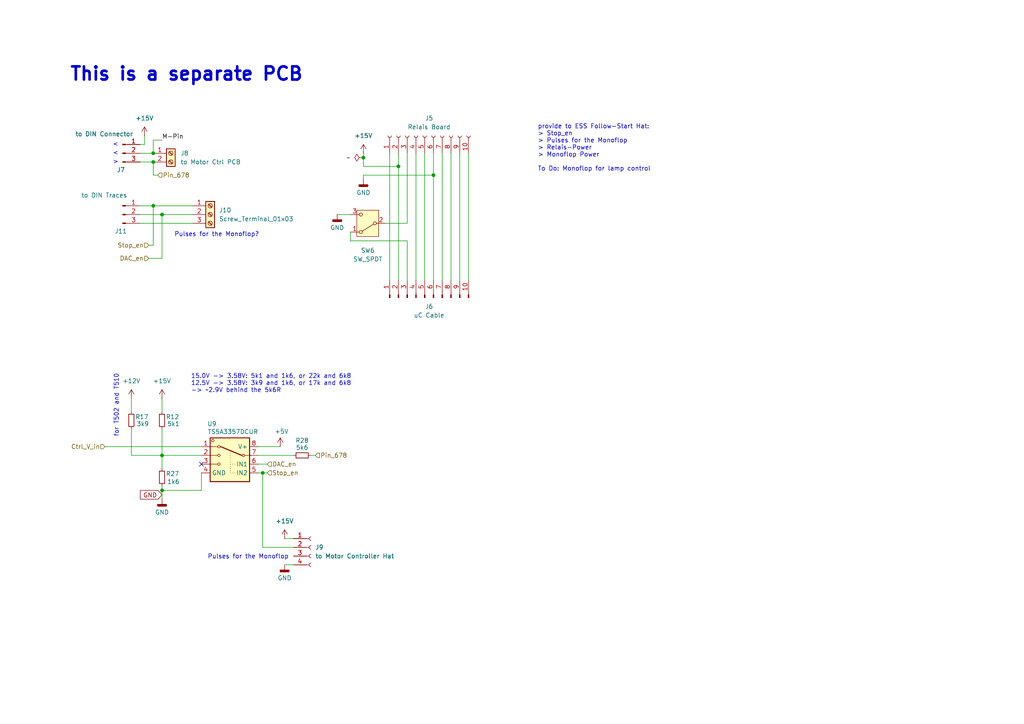
<source format=kicad_sch>
(kicad_sch (version 20231120) (generator "eeschema") (generator_version "8.0")
  (paper "A4")
  (lib_symbols
    (symbol "Connector:Conn_01x03_Pin" (pin_names (offset 1.016) hide)
      (property "Reference" "J" (at 0 5.08 0))
      (property "Value" "Conn_01x03_Pin" (at 0 -5.08 0))
      (symbol "Conn_01x03_Pin_1_1"
        (polyline (pts (xy 1.27 -2.54) (xy 0.8636 -2.54)) (stroke (width 0.1524)))
        (polyline (pts (xy 1.27 0) (xy 0.8636 0)) (stroke (width 0.1524)))
        (polyline (pts (xy 1.27 2.54) (xy 0.8636 2.54)) (stroke (width 0.1524)))
        (rectangle (start 0.8636 -2.413) (end 0 -2.667) (stroke (width 0.1524)) (fill (type outline)))
        (rectangle (start 0.8636 0.127) (end 0 -0.127) (stroke (width 0.1524)) (fill (type outline)))
        (rectangle (start 0.8636 2.667) (end 0 2.413) (stroke (width 0.1524)) (fill (type outline)))
        (pin passive line (at 5.08 2.54 180) (length 3.81) (name "Pin_1") (number "1"))
        (pin passive line (at 5.08 0 180) (length 3.81) (name "Pin_2") (number "2"))
        (pin passive line (at 5.08 -2.54 180) (length 3.81) (name "Pin_3") (number "3"))
      )
    )
    (symbol "Connector:Conn_01x04_Socket" (pin_names (offset 1.016) hide)
      (property "Reference" "J" (at 0 5.08 0))
      (property "Value" "Conn_01x04_Socket" (at 0 -7.62 0))
      (symbol "Conn_01x04_Socket_1_1"
        (arc (start 0 -4.572) (mid -0.5058 -5.08) (end 0 -5.588) (stroke (width 0.1524)))
        (arc (start 0 -2.032) (mid -0.5058 -2.54) (end 0 -3.048) (stroke (width 0.1524)))
        (polyline (pts (xy -1.27 -5.08) (xy -0.508 -5.08)) (stroke (width 0.1524)))
        (polyline (pts (xy -1.27 -2.54) (xy -0.508 -2.54)) (stroke (width 0.1524)))
        (polyline (pts (xy -1.27 0) (xy -0.508 0)) (stroke (width 0.1524)))
        (polyline (pts (xy -1.27 2.54) (xy -0.508 2.54)) (stroke (width 0.1524)))
        (arc (start 0 0.508) (mid -0.5058 0) (end 0 -0.508) (stroke (width 0.1524)))
        (arc (start 0 3.048) (mid -0.5058 2.54) (end 0 2.032) (stroke (width 0.1524)))
        (pin passive line (at -5.08 2.54 0) (length 3.81) (name "Pin_1") (number "1"))
        (pin passive line (at -5.08 0 0) (length 3.81) (name "Pin_2") (number "2"))
        (pin passive line (at -5.08 -2.54 0) (length 3.81) (name "Pin_3") (number "3"))
        (pin passive line (at -5.08 -5.08 0) (length 3.81) (name "Pin_4") (number "4"))
      )
    )
    (symbol "Connector:Conn_01x10_Pin" (pin_names (offset 1.016) hide)
      (property "Reference" "J" (at 0 12.7 0))
      (property "Value" "Conn_01x10_Pin" (at 0 -15.24 0))
      (symbol "Conn_01x10_Pin_1_1"
        (polyline (pts (xy 1.27 -12.7) (xy 0.8636 -12.7)) (stroke (width 0.1524)))
        (polyline (pts (xy 1.27 -10.16) (xy 0.8636 -10.16)) (stroke (width 0.1524)))
        (polyline (pts (xy 1.27 -7.62) (xy 0.8636 -7.62)) (stroke (width 0.1524)))
        (polyline (pts (xy 1.27 -5.08) (xy 0.8636 -5.08)) (stroke (width 0.1524)))
        (polyline (pts (xy 1.27 -2.54) (xy 0.8636 -2.54)) (stroke (width 0.1524)))
        (polyline (pts (xy 1.27 0) (xy 0.8636 0)) (stroke (width 0.1524)))
        (polyline (pts (xy 1.27 2.54) (xy 0.8636 2.54)) (stroke (width 0.1524)))
        (polyline (pts (xy 1.27 5.08) (xy 0.8636 5.08)) (stroke (width 0.1524)))
        (polyline (pts (xy 1.27 7.62) (xy 0.8636 7.62)) (stroke (width 0.1524)))
        (polyline (pts (xy 1.27 10.16) (xy 0.8636 10.16)) (stroke (width 0.1524)))
        (rectangle (start 0.8636 -12.573) (end 0 -12.827) (stroke (width 0.1524)) (fill (type outline)))
        (rectangle (start 0.8636 -10.033) (end 0 -10.287) (stroke (width 0.1524)) (fill (type outline)))
        (rectangle (start 0.8636 -7.493) (end 0 -7.747) (stroke (width 0.1524)) (fill (type outline)))
        (rectangle (start 0.8636 -4.953) (end 0 -5.207) (stroke (width 0.1524)) (fill (type outline)))
        (rectangle (start 0.8636 -2.413) (end 0 -2.667) (stroke (width 0.1524)) (fill (type outline)))
        (rectangle (start 0.8636 0.127) (end 0 -0.127) (stroke (width 0.1524)) (fill (type outline)))
        (rectangle (start 0.8636 2.667) (end 0 2.413) (stroke (width 0.1524)) (fill (type outline)))
        (rectangle (start 0.8636 5.207) (end 0 4.953) (stroke (width 0.1524)) (fill (type outline)))
        (rectangle (start 0.8636 7.747) (end 0 7.493) (stroke (width 0.1524)) (fill (type outline)))
        (rectangle (start 0.8636 10.287) (end 0 10.033) (stroke (width 0.1524)) (fill (type outline)))
        (pin passive line (at 5.08 10.16 180) (length 3.81) (name "Pin_1") (number "1"))
        (pin passive line (at 5.08 -12.7 180) (length 3.81) (name "Pin_10") (number "10"))
        (pin passive line (at 5.08 7.62 180) (length 3.81) (name "Pin_2") (number "2"))
        (pin passive line (at 5.08 5.08 180) (length 3.81) (name "Pin_3") (number "3"))
        (pin passive line (at 5.08 2.54 180) (length 3.81) (name "Pin_4") (number "4"))
        (pin passive line (at 5.08 0 180) (length 3.81) (name "Pin_5") (number "5"))
        (pin passive line (at 5.08 -2.54 180) (length 3.81) (name "Pin_6") (number "6"))
        (pin passive line (at 5.08 -5.08 180) (length 3.81) (name "Pin_7") (number "7"))
        (pin passive line (at 5.08 -7.62 180) (length 3.81) (name "Pin_8") (number "8"))
        (pin passive line (at 5.08 -10.16 180) (length 3.81) (name "Pin_9") (number "9"))
      )
    )
    (symbol "Connector:Conn_01x10_Socket" (pin_names (offset 1.016) hide)
      (property "Reference" "J" (at 0 12.7 0))
      (property "Value" "Conn_01x10_Socket" (at 0 -15.24 0))
      (symbol "Conn_01x10_Socket_1_1"
        (arc (start 0 -12.192) (mid -0.5058 -12.7) (end 0 -13.208) (stroke (width 0.1524)))
        (arc (start 0 -9.652) (mid -0.5058 -10.16) (end 0 -10.668) (stroke (width 0.1524)))
        (arc (start 0 -7.112) (mid -0.5058 -7.62) (end 0 -8.128) (stroke (width 0.1524)))
        (arc (start 0 -4.572) (mid -0.5058 -5.08) (end 0 -5.588) (stroke (width 0.1524)))
        (arc (start 0 -2.032) (mid -0.5058 -2.54) (end 0 -3.048) (stroke (width 0.1524)))
        (polyline (pts (xy -1.27 -12.7) (xy -0.508 -12.7)) (stroke (width 0.1524)))
        (polyline (pts (xy -1.27 -10.16) (xy -0.508 -10.16)) (stroke (width 0.1524)))
        (polyline (pts (xy -1.27 -7.62) (xy -0.508 -7.62)) (stroke (width 0.1524)))
        (polyline (pts (xy -1.27 -5.08) (xy -0.508 -5.08)) (stroke (width 0.1524)))
        (polyline (pts (xy -1.27 -2.54) (xy -0.508 -2.54)) (stroke (width 0.1524)))
        (polyline (pts (xy -1.27 0) (xy -0.508 0)) (stroke (width 0.1524)))
        (polyline (pts (xy -1.27 2.54) (xy -0.508 2.54)) (stroke (width 0.1524)))
        (polyline (pts (xy -1.27 5.08) (xy -0.508 5.08)) (stroke (width 0.1524)))
        (polyline (pts (xy -1.27 7.62) (xy -0.508 7.62)) (stroke (width 0.1524)))
        (polyline (pts (xy -1.27 10.16) (xy -0.508 10.16)) (stroke (width 0.1524)))
        (arc (start 0 0.508) (mid -0.5058 0) (end 0 -0.508) (stroke (width 0.1524)))
        (arc (start 0 3.048) (mid -0.5058 2.54) (end 0 2.032) (stroke (width 0.1524)))
        (arc (start 0 5.588) (mid -0.5058 5.08) (end 0 4.572) (stroke (width 0.1524)))
        (arc (start 0 8.128) (mid -0.5058 7.62) (end 0 7.112) (stroke (width 0.1524)))
        (arc (start 0 10.668) (mid -0.5058 10.16) (end 0 9.652) (stroke (width 0.1524)))
        (pin passive line (at -5.08 10.16 0) (length 3.81) (name "Pin_1") (number "1"))
        (pin passive line (at -5.08 -12.7 0) (length 3.81) (name "Pin_10") (number "10"))
        (pin passive line (at -5.08 7.62 0) (length 3.81) (name "Pin_2") (number "2"))
        (pin passive line (at -5.08 5.08 0) (length 3.81) (name "Pin_3") (number "3"))
        (pin passive line (at -5.08 2.54 0) (length 3.81) (name "Pin_4") (number "4"))
        (pin passive line (at -5.08 0 0) (length 3.81) (name "Pin_5") (number "5"))
        (pin passive line (at -5.08 -2.54 0) (length 3.81) (name "Pin_6") (number "6"))
        (pin passive line (at -5.08 -5.08 0) (length 3.81) (name "Pin_7") (number "7"))
        (pin passive line (at -5.08 -7.62 0) (length 3.81) (name "Pin_8") (number "8"))
        (pin passive line (at -5.08 -10.16 0) (length 3.81) (name "Pin_9") (number "9"))
      )
    )
    (symbol "Connector:Screw_Terminal_01x02" (pin_names (offset 1.016) hide)
      (property "Reference" "J" (at 0 2.54 0))
      (property "Value" "Screw_Terminal_01x02" (at 0 -5.08 0))
      (symbol "Screw_Terminal_01x02_1_1"
        (rectangle (start -1.27 1.27) (end 1.27 -3.81) (stroke (width 0.254)) (fill (type background)))
        (circle (center 0 -2.54) (radius 0.635) (stroke (width 0.1524)))
        (polyline (pts (xy -0.5334 -2.2098) (xy 0.3302 -3.048)) (stroke (width 0.1524)))
        (polyline (pts (xy -0.5334 0.3302) (xy 0.3302 -0.508)) (stroke (width 0.1524)))
        (polyline (pts (xy -0.3556 -2.032) (xy 0.508 -2.8702)) (stroke (width 0.1524)))
        (polyline (pts (xy -0.3556 0.508) (xy 0.508 -0.3302)) (stroke (width 0.1524)))
        (circle (center 0 0) (radius 0.635) (stroke (width 0.1524)))
        (pin passive line (at -5.08 0 0) (length 3.81) (name "Pin_1") (number "1"))
        (pin passive line (at -5.08 -2.54 0) (length 3.81) (name "Pin_2") (number "2"))
      )
    )
    (symbol "Connector:Screw_Terminal_01x03" (pin_names (offset 1.016) hide)
      (property "Reference" "J" (at 0 5.08 0))
      (property "Value" "Screw_Terminal_01x03" (at 0 -5.08 0))
      (symbol "Screw_Terminal_01x03_1_1"
        (rectangle (start -1.27 3.81) (end 1.27 -3.81) (stroke (width 0.254)) (fill (type background)))
        (circle (center 0 -2.54) (radius 0.635) (stroke (width 0.1524)))
        (polyline (pts (xy -0.5334 -2.2098) (xy 0.3302 -3.048)) (stroke (width 0.1524)))
        (polyline (pts (xy -0.5334 0.3302) (xy 0.3302 -0.508)) (stroke (width 0.1524)))
        (polyline (pts (xy -0.5334 2.8702) (xy 0.3302 2.032)) (stroke (width 0.1524)))
        (polyline (pts (xy -0.3556 -2.032) (xy 0.508 -2.8702)) (stroke (width 0.1524)))
        (polyline (pts (xy -0.3556 0.508) (xy 0.508 -0.3302)) (stroke (width 0.1524)))
        (polyline (pts (xy -0.3556 3.048) (xy 0.508 2.2098)) (stroke (width 0.1524)))
        (circle (center 0 0) (radius 0.635) (stroke (width 0.1524)))
        (circle (center 0 2.54) (radius 0.635) (stroke (width 0.1524)))
        (pin passive line (at -5.08 2.54 0) (length 3.81) (name "Pin_1") (number "1"))
        (pin passive line (at -5.08 0 0) (length 3.81) (name "Pin_2") (number "2"))
        (pin passive line (at -5.08 -2.54 0) (length 3.81) (name "Pin_3") (number "3"))
      )
    )
    (symbol "Device:R_Small" (pin_numbers hide) (pin_names (offset 0.254) hide)
      (property "Reference" "R" (at 0.762 0.508 0))
      (property "Value" "R_Small" (at 0.762 -1.016 0))
      (symbol "R_Small_0_1"
        (rectangle (start -0.762 1.778) (end 0.762 -1.778) (stroke (width 0.2032)))
      )
      (symbol "R_Small_1_1"
        (pin passive line (at 0 2.54 270) (length 0.762) (name "~") (number "1"))
        (pin passive line (at 0 -2.54 90) (length 0.762) (name "~") (number "2"))
      )
    )
    (symbol "Switch:SW_SPDT" (pin_names (offset 0) hide)
      (property "Reference" "SW" (at 0 5.08 0))
      (property "Value" "SW_SPDT" (at 0 -5.08 0))
      (symbol "SW_SPDT_0_1"
        (circle (center -2.032 0) (radius 0.4572))
        (polyline (pts (xy -1.651 0.254) (xy 1.651 2.286)))
        (circle (center 2.032 -2.54) (radius 0.4572))
        (circle (center 2.032 2.54) (radius 0.4572))
      )
      (symbol "SW_SPDT_1_1"
        (rectangle (start -3.175 3.81) (end 3.175 -3.81) (fill (type background)))
        (pin passive line (at 5.08 2.54 180) (length 2.54) (name "A") (number "1"))
        (pin passive line (at -5.08 0 0) (length 2.54) (name "B") (number "2"))
        (pin passive line (at 5.08 -2.54 180) (length 2.54) (name "C") (number "3"))
      )
    )
    (symbol "easyEDA:TS5A3357DCUR_nicer"
      (property "Reference" "U" (at -2.54 7.62 0))
      (property "Value" "TS5A3357DCUR" (at 0 -8.89 0))
      (symbol "TS5A3357DCUR_nicer_0_1"
        (circle (center -6.858 5.588) (radius 0.38))
        (pin unspecified line (at -10.16 -3.81 0) (length 2.54) (name "GND") (number "4"))
        (pin unspecified line (at 6.35 -3.81 180) (length 2.54) (name "IN2") (number "5"))
        (pin unspecified line (at 6.35 -1.27 180) (length 2.54) (name "IN1") (number "6"))
        (pin unspecified line (at 6.35 3.81 180) (length 2.54) (name "V+") (number "8"))
      )
      (symbol "TS5A3357DCUR_nicer_1_1"
        (rectangle (start -7.62 6.35) (end 3.81 -6.35) (stroke (width 0.3)) (fill (type background)))
        (circle (center -5.08 -1.27) (radius 0.3592))
        (circle (center -5.08 1.27) (radius 0.3592))
        (circle (center -5.08 3.81) (radius 0.3592))
        (polyline (pts (xy -7.62 -1.27) (xy -5.588 -1.27)))
        (polyline (pts (xy -7.62 1.27) (xy -5.588 1.27)))
        (polyline (pts (xy -7.62 3.81) (xy -5.588 3.81)))
        (polyline (pts (xy 1.524 1.27) (xy -4.572 3.81)) (stroke (width 0.3)))
        (polyline (pts (xy 4.318 1.27) (xy 2.54 1.27)))
        (polyline (pts (xy -1.778 -1.27) (xy -1.778 -3.81) (xy -0.254 -3.81)) (stroke (width 0) (type dot)))
        (polyline (pts (xy -1.778 2.54) (xy -1.778 -1.27) (xy -0.254 -1.27)) (stroke (width 0) (type dot)))
        (circle (center 2.032 1.27) (radius 0.3592))
        (pin unspecified line (at -10.16 3.81 0) (length 2.54) (name "") (number "1"))
        (pin unspecified line (at -10.16 1.27 0) (length 2.54) (name "") (number "2"))
        (pin unspecified line (at -10.16 -1.27 0) (length 2.54) (name "") (number "3"))
        (pin unspecified line (at 6.35 1.27 180) (length 2.54) (name "") (number "7"))
      )
    )
    (symbol "power:+12V" (power) (pin_numbers hide) (pin_names (offset 0) hide)
      (property "Value" "+12V" (at 0 3.556 0))
      (symbol "+12V_0_1"
        (polyline (pts (xy -0.762 1.27) (xy 0 2.54)))
        (polyline (pts (xy 0 0) (xy 0 2.54)))
        (polyline (pts (xy 0 2.54) (xy 0.762 1.27)))
      )
      (symbol "+12V_1_1"
        (pin power_in line (at 0 0 90) (length 0) (name "~") (number "1"))
      )
    )
    (symbol "power:+15V" (power) (pin_numbers hide) (pin_names (offset 0) hide)
      (property "Value" "+15V" (at 0 3.556 0))
      (symbol "+15V_0_1"
        (polyline (pts (xy -0.762 1.27) (xy 0 2.54)))
        (polyline (pts (xy 0 0) (xy 0 2.54)))
        (polyline (pts (xy 0 2.54) (xy 0.762 1.27)))
      )
      (symbol "+15V_1_1"
        (pin power_in line (at 0 0 90) (length 0) (name "~") (number "1"))
      )
    )
    (symbol "power:+5V" (power) (pin_numbers hide) (pin_names (offset 0) hide)
      (property "Value" "+5V" (at 0 3.556 0))
      (symbol "+5V_0_1"
        (polyline (pts (xy -0.762 1.27) (xy 0 2.54)))
        (polyline (pts (xy 0 0) (xy 0 2.54)))
        (polyline (pts (xy 0 2.54) (xy 0.762 1.27)))
      )
      (symbol "+5V_1_1"
        (pin power_in line (at 0 0 90) (length 0) (name "~") (number "1"))
      )
    )
    (symbol "power:GNDD" (power) (pin_numbers hide) (pin_names (offset 0) hide)
      (property "Value" "GNDD" (at 0 -3.175 0))
      (symbol "GNDD_0_1"
        (rectangle (start -1.27 -1.524) (end 1.27 -2.032) (stroke (width 0.254)) (fill (type outline)))
        (polyline (pts (xy 0 0) (xy 0 -1.524)))
      )
      (symbol "GNDD_1_1"
        (pin power_in line (at 0 0 270) (length 0) (name "~") (number "1"))
      )
    )
    (symbol "power:PWR_FLAG" (power) (pin_numbers hide) (pin_names (offset 0) hide)
      (property "Value" "PWR_FLAG" (at 0 3.81 0))
      (symbol "PWR_FLAG_0_0"
        (pin power_out line (at 0 0 90) (length 0) (name "~") (number "1"))
      )
      (symbol "PWR_FLAG_0_1"
        (polyline (pts (xy 0 0) (xy 0 1.27) (xy -1.016 1.905) (xy 0 2.54) (xy 1.016 1.905) (xy 0 1.27)))
      )
    )
  )
  (junction (at 76.2 137.16))
  (junction (at 46.99 132.08))
  (junction (at 44.45 46.99))
  (junction (at 46.99 62.23))
  (junction (at 46.99 142.24))
  (junction (at 105.41 45.72))
  (junction (at 44.45 59.69))
  (junction (at 44.45 44.45))
  (junction (at 125.73 50.8))
  (junction (at 115.57 48.26))
  (no_connect (at 58.42 134.62))
  (wire (pts (xy 58.42 137.16) (xy 58.42 142.24)))
  (wire (pts (xy 43.18 74.93) (xy 46.99 74.93)))
  (wire (pts (xy 46.99 62.23) (xy 55.88 62.23)))
  (wire (pts (xy 82.55 163.83) (xy 85.09 163.83)))
  (wire (pts (xy 125.73 50.8) (xy 125.73 81.28)))
  (wire (pts (xy 118.11 44.45) (xy 118.11 64.77)))
  (wire (pts (xy 38.1 132.08) (xy 46.99 132.08)))
  (wire (pts (xy 44.45 71.12) (xy 44.45 59.69)))
  (wire (pts (xy 105.41 50.8) (xy 125.73 50.8)))
  (wire (pts (xy 40.64 59.69) (xy 44.45 59.69)))
  (wire (pts (xy 38.1 115.57) (xy 38.1 119.38)))
  (wire (pts (xy 46.99 124.46) (xy 46.99 132.08)))
  (wire (pts (xy 46.99 144.78) (xy 46.99 142.24)))
  (wire (pts (xy 44.45 59.69) (xy 55.88 59.69)))
  (wire (pts (xy 40.64 41.91) (xy 41.91 41.91)))
  (wire (pts (xy 74.93 132.08) (xy 85.09 132.08)))
  (wire (pts (xy 130.81 44.45) (xy 130.81 81.28)))
  (wire (pts (xy 46.99 142.24) (xy 58.42 142.24)))
  (wire (pts (xy 77.47 134.62) (xy 74.93 134.62)))
  (wire (pts (xy 43.18 71.12) (xy 44.45 71.12)))
  (wire (pts (xy 38.1 124.46) (xy 38.1 132.08)))
  (wire (pts (xy 46.99 132.08) (xy 46.99 135.89)))
  (wire (pts (xy 101.6 67.31) (xy 101.6 69.85)))
  (wire (pts (xy 85.09 158.75) (xy 76.2 158.75)))
  (wire (pts (xy 40.64 44.45) (xy 44.45 44.45)))
  (wire (pts (xy 120.65 44.45) (xy 120.65 81.28)))
  (wire (pts (xy 40.64 62.23) (xy 46.99 62.23)))
  (wire (pts (xy 76.2 137.16) (xy 74.93 137.16)))
  (wire (pts (xy 105.41 48.26) (xy 115.57 48.26)))
  (wire (pts (xy 46.99 132.08) (xy 58.42 132.08)))
  (wire (pts (xy 44.45 50.8) (xy 44.45 46.99)))
  (wire (pts (xy 105.41 44.45) (xy 105.41 45.72)))
  (wire (pts (xy 40.64 46.99) (xy 44.45 46.99)))
  (wire (pts (xy 46.99 119.38) (xy 46.99 115.57)))
  (wire (pts (xy 41.91 41.91) (xy 41.91 39.37)))
  (wire (pts (xy 76.2 158.75) (xy 76.2 137.16)))
  (wire (pts (xy 46.99 74.93) (xy 46.99 62.23)))
  (wire (pts (xy 30.48 129.54) (xy 58.42 129.54)))
  (wire (pts (xy 82.55 156.21) (xy 85.09 156.21)))
  (wire (pts (xy 40.64 64.77) (xy 55.88 64.77)))
  (wire (pts (xy 90.17 132.08) (xy 91.44 132.08)))
  (wire (pts (xy 118.11 64.77) (xy 111.76 64.77)))
  (wire (pts (xy 74.93 129.54) (xy 81.28 129.54)))
  (wire (pts (xy 77.47 137.16) (xy 76.2 137.16)))
  (wire (pts (xy 123.19 44.45) (xy 123.19 81.28)))
  (wire (pts (xy 118.11 69.85) (xy 118.11 81.28)))
  (wire (pts (xy 135.89 44.45) (xy 135.89 81.28)))
  (wire (pts (xy 115.57 48.26) (xy 115.57 81.28)))
  (wire (pts (xy 105.41 50.8) (xy 105.41 52.07)))
  (wire (pts (xy 105.41 45.72) (xy 105.41 48.26)))
  (wire (pts (xy 115.57 48.26) (xy 115.57 44.45)))
  (wire (pts (xy 128.27 44.45) (xy 128.27 81.28)))
  (wire (pts (xy 97.79 62.23) (xy 101.6 62.23)))
  (wire (pts (xy 46.99 40.64) (xy 44.45 40.64)))
  (wire (pts (xy 45.72 50.8) (xy 44.45 50.8)))
  (wire (pts (xy 133.35 44.45) (xy 133.35 81.28)))
  (wire (pts (xy 46.99 140.97) (xy 46.99 142.24)))
  (wire (pts (xy 125.73 50.8) (xy 125.73 44.45)))
  (wire (pts (xy 113.03 44.45) (xy 113.03 81.28)))
  (wire (pts (xy 44.45 40.64) (xy 44.45 44.45)))
  (wire (pts (xy 101.6 69.85) (xy 118.11 69.85)))
  (text "for T502 and T510" (at 33.782 117.602 90) (effects (font (size 1.27 1.27))))
  (text "Pulses for the Monoflop?" (at 50.546 68.072 0) (effects (font (size 1.27 1.27) (thickness 0.1588)) (justify left)))
  (text "<" (at 33.528 41.91 0) (effects (font (size 1.27 1.27))))
  (text "provide to ESS Follow-Start Hat:\n> Stop_en\n> Pulses for the Monoflop\n> Relais-Power\n> Monoflop Power\n\nTo Do: Monoflop for lamp control" (at 155.956 42.926 0) (effects (font (size 1.27 1.27) (thickness 0.1588)) (justify left)))
  (text "Pulses for the Monoflop" (at 60.198 161.544 0) (effects (font (size 1.27 1.27) (thickness 0.1588)) (justify left)))
  (text "<" (at 33.528 44.45 0) (effects (font (size 1.27 1.27))))
  (text ">" (at 33.528 46.99 0) (effects (font (size 1.27 1.27))))
  (text "15.0V -> 3.58V: 5k1 and 1k6, or 22k and 6k8\n12.5V -> 3.58V: 3k9 and 1k6, or 17k and 6k8\n-> ~2.9V behind the 5k6R" (at 55.372 111.252 0) (effects (font (size 1.27 1.27)) (justify left)))
  (text "This is a separate PCB" (at 54.102 21.59 0) (effects (font (size 3.81 3.81) (thickness 0.762) (bold yes))))
  (label "M-Pin" (at 46.99 40.64 0))
  (global_label "GND" (shape input) (at 46.99 143.51 180) (property "Intersheetrefs" "${INTERSHEET_REFS}" (effects (hide yes))))
  (hierarchical_label "DAC_en" (shape input) (at 43.18 74.93 180))
  (hierarchical_label "Stop_en" (shape input) (at 77.47 137.16 0))
  (hierarchical_label "DAC_en" (shape input) (at 77.47 134.62 0))
  (hierarchical_label "Ctrl_V_in" (shape input) (at 30.48 129.54 180))
  (hierarchical_label "Pin_678" (shape input) (at 91.44 132.08 0))
  (hierarchical_label "Stop_en" (shape input) (at 43.18 71.12 180))
  (hierarchical_label "Pin_678" (shape input) (at 45.72 50.8 0))
  (symbol (lib_id "Device:R_Small") (at 38.1 121.92 180) (unit 1)
    (property "Reference" "R17" (at 41.148 120.904 0))
    (property "Value" "3k9" (at 41.402 122.936 0))
    (property "Footprint" "Resistor_SMD:R_0603_1608Metric" (effects (hide yes)))
  )
  (symbol (lib_id "Connector:Conn_01x03_Pin") (at 35.56 44.45 0) (unit 1)
    (property "Reference" "J7" (at 35.052 49.276 0))
    (property "Value" "to DIN Connector" (at 30.226 38.862 0))
    (property "Description" "Generic connector, single row, 01x03, script generated" (effects (hide yes)))
  )
  (symbol (lib_id "Connector:Conn_01x03_Pin") (at 35.56 62.23 0) (unit 1)
    (property "Reference" "J11" (at 35.052 67.056 0))
    (property "Value" "to DIN Traces" (at 30.226 56.642 0))
    (property "Description" "Generic connector, single row, 01x03, script generated" (effects (hide yes)))
  )
  (symbol (lib_id "power:GNDD") (at 105.41 52.07 0) (unit 1)
    (property "Reference" "#PWR049" (effects (hide yes)))
    (property "Value" "GND" (at 105.41 55.88 0))
    (property "Description" "Power symbol creates a global label with name \"GNDD\" , digital ground" (effects (hide yes)))
  )
  (symbol (lib_id "Connector:Screw_Terminal_01x03") (at 60.96 62.23 0) (unit 1)
    (property "Reference" "J10" (at 63.5 60.9599 0) (effects (justify left)))
    (property "Value" "Screw_Terminal_01x03" (at 63.5 63.4999 0) (effects (justify left)))
    (property "Description" "Generic screw terminal, single row, 01x03, script generated (kicad-library-utils/schlib/autogen/connector/)" (effects (hide yes)))
  )
  (symbol (lib_id "Connector:Conn_01x10_Socket") (at 123.19 39.37 90) (unit 1)
    (property "Reference" "J5" (at 124.46 34.29 90))
    (property "Value" "Relais Board" (at 124.46 36.83 90))
    (property "Description" "Generic connector, single row, 01x10, script generated" (effects (hide yes)))
  )
  (symbol (lib_id "power:GNDD") (at 46.99 144.78 0) (unit 1)
    (property "Reference" "#PWR045" (effects (hide yes)))
    (property "Value" "GND" (at 46.99 148.59 0))
    (property "Description" "Power symbol creates a global label with name \"GNDD\" , digital ground" (effects (hide yes)))
  )
  (symbol (lib_id "power:+15V") (at 82.55 156.21 0) (unit 1)
    (property "Reference" "#PWR053" (effects (hide yes)))
    (property "Value" "+15V" (at 82.55 151.13 0))
    (property "Description" "Power symbol creates a global label with name \"+15V\"" (effects (hide yes)))
  )
  (symbol (lib_id "Device:R_Small") (at 46.99 138.43 180) (unit 1)
    (property "Reference" "R27" (at 50.038 137.414 0))
    (property "Value" "1k6" (at 50.292 139.7 0))
    (property "Footprint" "Resistor_SMD:R_0603_1608Metric" (effects (hide yes)))
  )
  (symbol (lib_id "easyEDA:TS5A3357DCUR_nicer") (at 68.58 133.35 0) (unit 1)
    (property "Reference" "U9" (at 61.468 122.936 0))
    (property "Value" "TS5A3357DCUR" (at 67.564 125.222 0))
    (property "Footprint" "easyeda2kicad:VSSOP-8_L2.4-W2.1-P0.50-LS3.2-BR" (effects (hide yes)))
    (property "Datasheet" "https://lcsc.com/product-detail/Others_Texas-Instruments_TS5A3357DCUR_Texas-Instruments-TI-TS5A3357DCUR_C78720.html" (effects (hide yes)))
    (property "LCSC Part" "C78720" (effects (hide yes)))
  )
  (symbol (lib_id "Connector:Conn_01x10_Pin") (at 123.19 86.36 90) (unit 1)
    (property "Reference" "J6" (at 124.46 88.9 90))
    (property "Value" "uC Cable" (at 124.46 91.44 90))
    (property "Description" "Generic connector, single row, 01x10, script generated" (effects (hide yes)))
  )
  (symbol (lib_id "power:+15V") (at 46.99 115.57 0) (unit 1)
    (property "Reference" "#PWR044" (effects (hide yes)))
    (property "Value" "+15V" (at 46.99 110.49 0))
    (property "Description" "Power symbol creates a global label with name \"+15V\"" (effects (hide yes)))
  )
  (symbol (lib_id "power:+5V") (at 81.28 129.54 0) (unit 1)
    (property "Reference" "#PWR046" (effects (hide yes)))
    (property "Value" "+5V" (at 81.661 125.1458 0))
    (property "Description" "Power symbol creates a global label with name \"+5V\"" (effects (hide yes)))
  )
  (symbol (lib_id "Device:R_Small") (at 46.99 121.92 180) (unit 1)
    (property "Reference" "R12" (at 50.038 120.904 0))
    (property "Value" "5k1" (at 50.292 122.936 0))
    (property "Footprint" "Resistor_SMD:R_0603_1608Metric" (effects (hide yes)))
  )
  (symbol (lib_id "Switch:SW_SPDT") (at 106.68 64.77 180) (unit 1)
    (property "Reference" "SW6" (at 106.68 72.644 0))
    (property "Value" "SW_SPDT" (at 106.68 75.184 0))
    (property "Description" "Switch, single pole double throw" (effects (hide yes)))
  )
  (symbol (lib_id "power:+12V") (at 38.1 115.57 0) (unit 1)
    (property "Reference" "#PWR051" (effects (hide yes)))
    (property "Value" "+12V" (at 38.1 110.49 0))
    (property "Description" "Power symbol creates a global label with name \"+12V\"" (effects (hide yes)))
  )
  (symbol (lib_id "Device:R_Small") (at 87.63 132.08 90) (unit 1)
    (property "Reference" "R28" (at 87.63 127.762 90))
    (property "Value" "5k6" (at 87.63 129.794 90))
    (property "Footprint" "Resistor_SMD:R_0603_1608Metric" (effects (hide yes)))
  )
  (symbol (lib_id "power:GNDD") (at 82.55 163.83 0) (unit 1)
    (property "Reference" "#PWR054" (effects (hide yes)))
    (property "Value" "GND" (at 82.55 167.64 0))
    (property "Description" "Power symbol creates a global label with name \"GNDD\" , digital ground" (effects (hide yes)))
  )
  (symbol (lib_id "power:+15V") (at 105.41 44.45 0) (unit 1)
    (property "Reference" "#PWR048" (effects (hide yes)))
    (property "Value" "+15V" (at 105.41 39.37 0))
    (property "Description" "Power symbol creates a global label with name \"+15V\"" (effects (hide yes)))
  )
  (symbol (lib_id "power:GNDD") (at 97.79 62.23 0) (unit 1)
    (property "Reference" "#PWR050" (effects (hide yes)))
    (property "Value" "GND" (at 97.79 66.04 0))
    (property "Description" "Power symbol creates a global label with name \"GNDD\" , digital ground" (effects (hide yes)))
  )
  (symbol (lib_id "Connector:Conn_01x04_Socket") (at 90.17 158.75 0) (unit 1)
    (property "Reference" "J9" (at 91.44 158.7499 0) (effects (justify left)))
    (property "Value" "to Motor Controller Hat" (at 91.44 161.2899 0) (effects (justify left)))
    (property "Description" "Generic connector, single row, 01x04, script generated" (effects (hide yes)))
  )
  (symbol (lib_id "power:+15V") (at 41.91 39.37 0) (unit 1)
    (property "Reference" "#PWR052" (effects (hide yes)))
    (property "Value" "+15V" (at 41.91 34.29 0))
    (property "Description" "Power symbol creates a global label with name \"+15V\"" (effects (hide yes)))
  )
  (symbol (lib_id "Connector:Screw_Terminal_01x02") (at 49.53 44.45 0) (unit 1)
    (property "Reference" "J8" (at 52.324 44.45 0) (effects (justify left)))
    (property "Value" "to Motor Ctrl PCB" (at 52.324 46.99 0) (effects (justify left)))
    (property "Description" "Generic screw terminal, single row, 01x02, script generated (kicad-library-utils/schlib/autogen/connector/)" (effects (hide yes)))
  )
  (symbol (lib_id "power:PWR_FLAG") (at 105.41 45.72 90) (unit 1)
    (property "Reference" "#FLG06" (effects (hide yes)))
    (property "Value" "~" (at 101.6 45.72 90) (effects (justify left)))
    (property "Description" "Special symbol for telling ERC where power comes from" (effects (hide yes)))
  )
)
</source>
